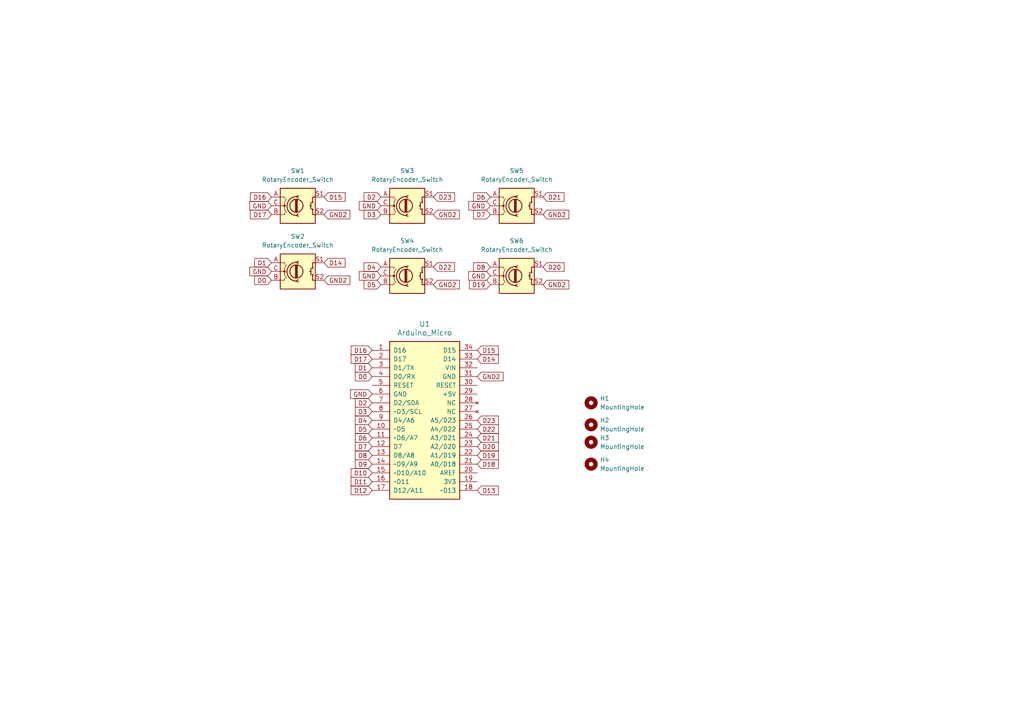
<source format=kicad_sch>
(kicad_sch (version 20231120) (generator "eeschema") (generator_version "8.0")
  (paper "A4")
  (lib_symbols
    (symbol "Arduino:Arduino_Micro" (pin_names (offset 1.016))
      (property "Reference" "U" (at -10.16 26.67 0))
      (property "Value" "Arduino_Micro" (at -2.54 24.13 0))
      (symbol "Arduino_Micro_0_1"
        (rectangle (start -10.16 22.86) (end 10.16 -22.86) (stroke (width 0.254)) (fill (type background)))
      )
      (symbol "Arduino_Micro_1_1"
        (pin bidirectional line (at -15.24 20.32 0) (length 5.08) (name "D16") (number "1"))
        (pin bidirectional line (at -15.24 -2.54 0) (length 5.08) (name "~D5") (number "10"))
        (pin bidirectional line (at -15.24 -5.08 0) (length 5.08) (name "~D6/A7") (number "11"))
        (pin bidirectional line (at -15.24 -7.62 0) (length 5.08) (name "D7") (number "12"))
        (pin bidirectional line (at -15.24 -10.16 0) (length 5.08) (name "D8/A8") (number "13"))
        (pin bidirectional line (at -15.24 -12.7 0) (length 5.08) (name "~D9/A9") (number "14"))
        (pin bidirectional line (at -15.24 -15.24 0) (length 5.08) (name "~D10/A10") (number "15"))
        (pin bidirectional line (at -15.24 -17.78 0) (length 5.08) (name "~D11") (number "16"))
        (pin bidirectional line (at -15.24 -20.32 0) (length 5.08) (name "D12/A11") (number "17"))
        (pin bidirectional line (at 15.24 -20.32 180) (length 5.08) (name "~D13") (number "18"))
        (pin power_out line (at 15.24 -17.78 180) (length 5.08) (name "3V3") (number "19"))
        (pin bidirectional line (at -15.24 17.78 0) (length 5.08) (name "D17") (number "2"))
        (pin input line (at 15.24 -15.24 180) (length 5.08) (name "AREF") (number "20"))
        (pin bidirectional line (at 15.24 -12.7 180) (length 5.08) (name "A0/D18") (number "21"))
        (pin bidirectional line (at 15.24 -10.16 180) (length 5.08) (name "A1/D19") (number "22"))
        (pin bidirectional line (at 15.24 -7.62 180) (length 5.08) (name "A2/D20") (number "23"))
        (pin bidirectional line (at 15.24 -5.08 180) (length 5.08) (name "A3/D21") (number "24"))
        (pin bidirectional line (at 15.24 -2.54 180) (length 5.08) (name "A4/D22") (number "25"))
        (pin bidirectional line (at 15.24 0 180) (length 5.08) (name "A5/D23") (number "26"))
        (pin no_connect line (at 15.24 2.54 180) (length 5.08) (name "NC") (number "27"))
        (pin no_connect line (at 15.24 5.08 180) (length 5.08) (name "NC") (number "28"))
        (pin power_in line (at 15.24 7.62 180) (length 5.08) (name "+5V") (number "29"))
        (pin bidirectional line (at -15.24 15.24 0) (length 5.08) (name "D1/TX") (number "3"))
        (pin input line (at 15.24 10.16 180) (length 5.08) (name "RESET") (number "30"))
        (pin power_in line (at 15.24 12.7 180) (length 5.08) (name "GND") (number "31"))
        (pin power_out line (at 15.24 15.24 180) (length 5.08) (name "VIN") (number "32"))
        (pin bidirectional line (at 15.24 17.78 180) (length 5.08) (name "D14") (number "33"))
        (pin bidirectional line (at 15.24 20.32 180) (length 5.08) (name "D15") (number "34"))
        (pin bidirectional line (at -15.24 12.7 0) (length 5.08) (name "D0/RX") (number "4"))
        (pin input line (at -15.24 10.16 0) (length 5.08) (name "RESET") (number "5"))
        (pin power_in line (at -15.24 7.62 0) (length 5.08) (name "GND") (number "6"))
        (pin bidirectional line (at -15.24 5.08 0) (length 5.08) (name "D2/SDA") (number "7"))
        (pin bidirectional line (at -15.24 2.54 0) (length 5.08) (name "~D3/SCL") (number "8"))
        (pin bidirectional line (at -15.24 0 0) (length 5.08) (name "D4/A6") (number "9"))
      )
    )
    (symbol "Device:RotaryEncoder_Switch" (pin_names (offset 0.254) hide)
      (property "Reference" "SW" (at 0 6.604 0))
      (property "Value" "RotaryEncoder_Switch" (at 0 -6.604 0))
      (symbol "RotaryEncoder_Switch_0_1"
        (rectangle (start -5.08 5.08) (end 5.08 -5.08) (stroke (width 0.254)) (fill (type background)))
        (circle (center -3.81 0) (radius 0.254) (fill (type outline)))
        (circle (center -0.381 0) (radius 1.905) (stroke (width 0.254)))
        (arc (start -0.381 2.667) (mid -3.0988 -0.0635) (end -0.381 -2.794) (stroke (width 0.254)))
        (polyline (pts (xy -0.635 -1.778) (xy -0.635 1.778)) (stroke (width 0.254)))
        (polyline (pts (xy -0.381 -1.778) (xy -0.381 1.778)) (stroke (width 0.254)))
        (polyline (pts (xy -0.127 1.778) (xy -0.127 -1.778)) (stroke (width 0.254)))
        (polyline (pts (xy 3.81 0) (xy 3.429 0)) (stroke (width 0.254)))
        (polyline (pts (xy 3.81 1.016) (xy 3.81 -1.016)) (stroke (width 0.254)))
        (polyline (pts (xy -5.08 -2.54) (xy -3.81 -2.54) (xy -3.81 -2.032)))
        (polyline (pts (xy -5.08 2.54) (xy -3.81 2.54) (xy -3.81 2.032)))
        (polyline (pts (xy 0.254 -3.048) (xy -0.508 -2.794) (xy 0.127 -2.413)) (stroke (width 0.254)))
        (polyline (pts (xy 0.254 2.921) (xy -0.508 2.667) (xy 0.127 2.286)) (stroke (width 0.254)))
        (polyline (pts (xy 5.08 -2.54) (xy 4.318 -2.54) (xy 4.318 -1.016)) (stroke (width 0.254)))
        (polyline (pts (xy 5.08 2.54) (xy 4.318 2.54) (xy 4.318 1.016)) (stroke (width 0.254)))
        (polyline (pts (xy -5.08 0) (xy -3.81 0) (xy -3.81 -1.016) (xy -3.302 -2.032)))
        (polyline (pts (xy -4.318 0) (xy -3.81 0) (xy -3.81 1.016) (xy -3.302 2.032)))
        (circle (center 4.318 -1.016) (radius 0.127) (stroke (width 0.254)))
        (circle (center 4.318 1.016) (radius 0.127) (stroke (width 0.254)))
      )
      (symbol "RotaryEncoder_Switch_1_1"
        (pin passive line (at -7.62 2.54 0) (length 2.54) (name "A") (number "A"))
        (pin passive line (at -7.62 -2.54 0) (length 2.54) (name "B") (number "B"))
        (pin passive line (at -7.62 0 0) (length 2.54) (name "C") (number "C"))
        (pin passive line (at 7.62 2.54 180) (length 2.54) (name "S1") (number "S1"))
        (pin passive line (at 7.62 -2.54 180) (length 2.54) (name "S2") (number "S2"))
      )
    )
    (symbol "Mechanical:MountingHole" (pin_names (offset 1.016)) (exclude_from_sim yes) (in_bom no)
      (property "Reference" "H" (at 0 5.08 0))
      (property "Value" "MountingHole" (at 0 3.175 0))
      (symbol "MountingHole_0_1"
        (circle (center 0 0) (radius 1.27) (stroke (width 1.27)))
      )
    )
  )
  (global_label "GND" (shape input) (at 107.95 114.3 180) (property "Intersheetrefs" "${INTERSHEET_REFS}" (effects (hide yes))))
  (global_label "GND2" (shape input) (at 93.98 81.28 0) (property "Intersheetrefs" "${INTERSHEET_REFS}" (effects (hide yes))))
  (global_label "D17" (shape input) (at 78.74 62.23 180) (property "Intersheetrefs" "${INTERSHEET_REFS}" (effects (hide yes))))
  (global_label "D5" (shape input) (at 110.49 82.55 180) (property "Intersheetrefs" "${INTERSHEET_REFS}" (effects (hide yes))))
  (global_label "D14" (shape input) (at 93.98 76.2 0) (property "Intersheetrefs" "${INTERSHEET_REFS}" (effects (hide yes))))
  (global_label "D17" (shape input) (at 107.95 104.14 180) (property "Intersheetrefs" "${INTERSHEET_REFS}" (effects (hide yes))))
  (global_label "D4" (shape input) (at 107.95 121.92 180) (property "Intersheetrefs" "${INTERSHEET_REFS}" (effects (hide yes))))
  (global_label "D4" (shape input) (at 110.49 77.47 180) (property "Intersheetrefs" "${INTERSHEET_REFS}" (effects (hide yes))))
  (global_label "D19" (shape input) (at 142.24 82.55 180) (property "Intersheetrefs" "${INTERSHEET_REFS}" (effects (hide yes))))
  (global_label "D11" (shape input) (at 107.95 139.7 180) (property "Intersheetrefs" "${INTERSHEET_REFS}" (effects (hide yes))))
  (global_label "GND2" (shape input) (at 138.43 109.22 0) (property "Intersheetrefs" "${INTERSHEET_REFS}" (effects (hide yes))))
  (global_label "GND2" (shape input) (at 125.73 82.55 0) (property "Intersheetrefs" "${INTERSHEET_REFS}" (effects (hide yes))))
  (global_label "D10" (shape input) (at 107.95 137.16 180) (property "Intersheetrefs" "${INTERSHEET_REFS}" (effects (hide yes))))
  (global_label "D0" (shape input) (at 107.95 109.22 180) (property "Intersheetrefs" "${INTERSHEET_REFS}" (effects (hide yes))))
  (global_label "GND2" (shape input) (at 125.73 62.23 0) (property "Intersheetrefs" "${INTERSHEET_REFS}" (effects (hide yes))))
  (global_label "D15" (shape input) (at 93.98 57.15 0) (property "Intersheetrefs" "${INTERSHEET_REFS}" (effects (hide yes))))
  (global_label "D2" (shape input) (at 107.95 116.84 180) (property "Intersheetrefs" "${INTERSHEET_REFS}" (effects (hide yes))))
  (global_label "D1" (shape input) (at 107.95 106.68 180) (property "Intersheetrefs" "${INTERSHEET_REFS}" (effects (hide yes))))
  (global_label "D1" (shape input) (at 78.74 76.2 180) (property "Intersheetrefs" "${INTERSHEET_REFS}" (effects (hide yes))))
  (global_label "GND2" (shape input) (at 157.48 62.23 0) (property "Intersheetrefs" "${INTERSHEET_REFS}" (effects (hide yes))))
  (global_label "D21" (shape input) (at 157.48 57.15 0) (property "Intersheetrefs" "${INTERSHEET_REFS}" (effects (hide yes))))
  (global_label "D23" (shape input) (at 138.43 121.92 0) (property "Intersheetrefs" "${INTERSHEET_REFS}" (effects (hide yes))))
  (global_label "GND" (shape input) (at 110.49 80.01 180) (property "Intersheetrefs" "${INTERSHEET_REFS}" (effects (hide yes))))
  (global_label "D19" (shape input) (at 138.43 132.08 0) (property "Intersheetrefs" "${INTERSHEET_REFS}" (effects (hide yes))))
  (global_label "D22" (shape input) (at 138.43 124.46 0) (property "Intersheetrefs" "${INTERSHEET_REFS}" (effects (hide yes))))
  (global_label "D12" (shape input) (at 107.95 142.24 180) (property "Intersheetrefs" "${INTERSHEET_REFS}" (effects (hide yes))))
  (global_label "D3" (shape input) (at 107.95 119.38 180) (property "Intersheetrefs" "${INTERSHEET_REFS}" (effects (hide yes))))
  (global_label "GND" (shape input) (at 78.74 78.74 180) (property "Intersheetrefs" "${INTERSHEET_REFS}" (effects (hide yes))))
  (global_label "D20" (shape input) (at 157.48 77.47 0) (property "Intersheetrefs" "${INTERSHEET_REFS}" (effects (hide yes))))
  (global_label "GND" (shape input) (at 110.49 59.69 180) (property "Intersheetrefs" "${INTERSHEET_REFS}" (effects (hide yes))))
  (global_label "D13" (shape input) (at 138.43 142.24 0) (property "Intersheetrefs" "${INTERSHEET_REFS}" (effects (hide yes))))
  (global_label "D3" (shape input) (at 110.49 62.23 180) (property "Intersheetrefs" "${INTERSHEET_REFS}" (effects (hide yes))))
  (global_label "D14" (shape input) (at 138.43 104.14 0) (property "Intersheetrefs" "${INTERSHEET_REFS}" (effects (hide yes))))
  (global_label "GND" (shape input) (at 78.74 59.69 180) (property "Intersheetrefs" "${INTERSHEET_REFS}" (effects (hide yes))))
  (global_label "D8" (shape input) (at 142.24 77.47 180) (property "Intersheetrefs" "${INTERSHEET_REFS}" (effects (hide yes))))
  (global_label "D23" (shape input) (at 125.73 57.15 0) (property "Intersheetrefs" "${INTERSHEET_REFS}" (effects (hide yes))))
  (global_label "D7" (shape input) (at 107.95 129.54 180) (property "Intersheetrefs" "${INTERSHEET_REFS}" (effects (hide yes))))
  (global_label "D7" (shape input) (at 142.24 62.23 180) (property "Intersheetrefs" "${INTERSHEET_REFS}" (effects (hide yes))))
  (global_label "GND" (shape input) (at 142.24 59.69 180) (property "Intersheetrefs" "${INTERSHEET_REFS}" (effects (hide yes))))
  (global_label "D6" (shape input) (at 142.24 57.15 180) (property "Intersheetrefs" "${INTERSHEET_REFS}" (effects (hide yes))))
  (global_label "D2" (shape input) (at 110.49 57.15 180) (property "Intersheetrefs" "${INTERSHEET_REFS}" (effects (hide yes))))
  (global_label "D9" (shape input) (at 107.95 134.62 180) (property "Intersheetrefs" "${INTERSHEET_REFS}" (effects (hide yes))))
  (global_label "D20" (shape input) (at 138.43 129.54 0) (property "Intersheetrefs" "${INTERSHEET_REFS}" (effects (hide yes))))
  (global_label "D6" (shape input) (at 107.95 127 180) (property "Intersheetrefs" "${INTERSHEET_REFS}" (effects (hide yes))))
  (global_label "D15" (shape input) (at 138.43 101.6 0) (property "Intersheetrefs" "${INTERSHEET_REFS}" (effects (hide yes))))
  (global_label "D21" (shape input) (at 138.43 127 0) (property "Intersheetrefs" "${INTERSHEET_REFS}" (effects (hide yes))))
  (global_label "D0" (shape input) (at 78.74 81.28 180) (property "Intersheetrefs" "${INTERSHEET_REFS}" (effects (hide yes))))
  (global_label "D8" (shape input) (at 107.95 132.08 180) (property "Intersheetrefs" "${INTERSHEET_REFS}" (effects (hide yes))))
  (global_label "GND2" (shape input) (at 157.48 82.55 0) (property "Intersheetrefs" "${INTERSHEET_REFS}" (effects (hide yes))))
  (global_label "GND2" (shape input) (at 93.98 62.23 0) (property "Intersheetrefs" "${INTERSHEET_REFS}" (effects (hide yes))))
  (global_label "D16" (shape input) (at 107.95 101.6 180) (property "Intersheetrefs" "${INTERSHEET_REFS}" (effects (hide yes))))
  (global_label "D16" (shape input) (at 78.74 57.15 180) (property "Intersheetrefs" "${INTERSHEET_REFS}" (effects (hide yes))))
  (global_label "D22" (shape input) (at 125.73 77.47 0) (property "Intersheetrefs" "${INTERSHEET_REFS}" (effects (hide yes))))
  (global_label "D5" (shape input) (at 107.95 124.46 180) (property "Intersheetrefs" "${INTERSHEET_REFS}" (effects (hide yes))))
  (global_label "D18" (shape input) (at 138.43 134.62 0) (property "Intersheetrefs" "${INTERSHEET_REFS}" (effects (hide yes))))
  (global_label "GND" (shape input) (at 142.24 80.01 180) (property "Intersheetrefs" "${INTERSHEET_REFS}" (effects (hide yes))))
  (symbol (lib_id "Mechanical:MountingHole") (at 171.45 128.27 0) (unit 1) (exclude_from_sim yes) (in_bom no)
    (property "Reference" "H3" (at 173.99 126.9999 0) (effects (justify left)))
    (property "Value" "MountingHole" (at 173.99 129.5399 0) (effects (justify left)))
    (property "Footprint" "MountingHole:MountingHole_2.2mm_M2" (effects (hide yes)))
    (property "Description" "Mounting Hole without connection" (effects (hide yes)))
  )
  (symbol (lib_id "Mechanical:MountingHole") (at 171.45 123.19 0) (unit 1) (exclude_from_sim yes) (in_bom no)
    (property "Reference" "H2" (at 173.99 121.9199 0) (effects (justify left)))
    (property "Value" "MountingHole" (at 173.99 124.4599 0) (effects (justify left)))
    (property "Footprint" "MountingHole:MountingHole_2.2mm_M2" (effects (hide yes)))
    (property "Description" "Mounting Hole without connection" (effects (hide yes)))
  )
  (symbol (lib_id "Device:RotaryEncoder_Switch") (at 118.11 59.69 0) (unit 1)
    (property "Reference" "SW3" (at 118.11 49.53 0))
    (property "Value" "RotaryEncoder_Switch" (at 118.11 52.07 0))
    (property "Footprint" "Rotary_Encoder:RotaryEncoder_Bourns_Vertical_PEC12R-3x17F-Sxxxx" (effects (hide yes)))
    (property "Description" "Rotary encoder, dual channel, incremental quadrate outputs, with switch" (effects (hide yes)))
  )
  (symbol (lib_id "Device:RotaryEncoder_Switch") (at 86.36 59.69 0) (unit 1)
    (property "Reference" "SW1" (at 86.36 49.53 0))
    (property "Value" "RotaryEncoder_Switch" (at 86.36 52.07 0))
    (property "Footprint" "Rotary_Encoder:RotaryEncoder_Bourns_Vertical_PEC12R-3x17F-Sxxxx" (effects (hide yes)))
    (property "Description" "Rotary encoder, dual channel, incremental quadrate outputs, with switch" (effects (hide yes)))
  )
  (symbol (lib_id "Arduino:Arduino_Micro") (at 123.19 121.92 0) (unit 1)
    (property "Reference" "U1" (at 123.19 93.98 0) (effects (font (size 1.524 1.524))))
    (property "Value" "Arduino_Micro" (at 123.19 96.52 0) (effects (font (size 1.524 1.524))))
    (property "Footprint" "Arduino:Arduino_Micro" (effects (hide yes)))
    (property "Datasheet" "https://store.arduino.cc/usa/arduino-micro" (effects (hide yes)))
    (property "Description" "Arduino Micro" (effects (hide yes)))
  )
  (symbol (lib_id "Device:RotaryEncoder_Switch") (at 86.36 78.74 0) (unit 1)
    (property "Reference" "SW2" (at 86.36 68.58 0))
    (property "Value" "RotaryEncoder_Switch" (at 86.36 71.12 0))
    (property "Footprint" "Rotary_Encoder:RotaryEncoder_Bourns_Vertical_PEC12R-3x17F-Sxxxx" (effects (hide yes)))
    (property "Description" "Rotary encoder, dual channel, incremental quadrate outputs, with switch" (effects (hide yes)))
  )
  (symbol (lib_id "Mechanical:MountingHole") (at 171.45 116.84 0) (unit 1) (exclude_from_sim yes) (in_bom no)
    (property "Reference" "H1" (at 173.99 115.5699 0) (effects (justify left)))
    (property "Value" "MountingHole" (at 173.99 118.1099 0) (effects (justify left)))
    (property "Footprint" "MountingHole:MountingHole_2.2mm_M2" (effects (hide yes)))
    (property "Description" "Mounting Hole without connection" (effects (hide yes)))
  )
  (symbol (lib_id "Device:RotaryEncoder_Switch") (at 149.86 80.01 0) (unit 1)
    (property "Reference" "SW6" (at 149.86 69.85 0))
    (property "Value" "RotaryEncoder_Switch" (at 149.86 72.39 0))
    (property "Footprint" "Rotary_Encoder:RotaryEncoder_Bourns_Vertical_PEC12R-3x17F-Sxxxx" (effects (hide yes)))
    (property "Description" "Rotary encoder, dual channel, incremental quadrate outputs, with switch" (effects (hide yes)))
  )
  (symbol (lib_id "Device:RotaryEncoder_Switch") (at 118.11 80.01 0) (unit 1)
    (property "Reference" "SW4" (at 118.11 69.85 0))
    (property "Value" "RotaryEncoder_Switch" (at 118.11 72.39 0))
    (property "Footprint" "Rotary_Encoder:RotaryEncoder_Bourns_Vertical_PEC12R-3x17F-Sxxxx" (effects (hide yes)))
    (property "Description" "Rotary encoder, dual channel, incremental quadrate outputs, with switch" (effects (hide yes)))
  )
  (symbol (lib_id "Device:RotaryEncoder_Switch") (at 149.86 59.69 0) (unit 1)
    (property "Reference" "SW5" (at 149.86 49.53 0))
    (property "Value" "RotaryEncoder_Switch" (at 149.86 52.07 0))
    (property "Footprint" "Rotary_Encoder:RotaryEncoder_Bourns_Vertical_PEC12R-3x17F-Sxxxx" (effects (hide yes)))
    (property "Description" "Rotary encoder, dual channel, incremental quadrate outputs, with switch" (effects (hide yes)))
  )
  (symbol (lib_id "Mechanical:MountingHole") (at 171.45 134.62 0) (unit 1) (exclude_from_sim yes) (in_bom no)
    (property "Reference" "H4" (at 173.99 133.3499 0) (effects (justify left)))
    (property "Value" "MountingHole" (at 173.99 135.8899 0) (effects (justify left)))
    (property "Footprint" "MountingHole:MountingHole_2.2mm_M2" (effects (hide yes)))
    (property "Description" "Mounting Hole without connection" (effects (hide yes)))
  )
)
</source>
